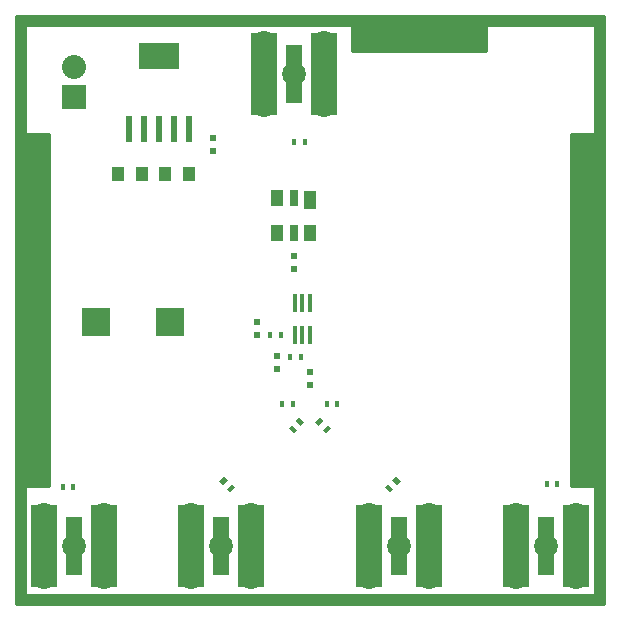
<source format=gts>
G04 #@! TF.FileFunction,Soldermask,Top*
%FSLAX46Y46*%
G04 Gerber Fmt 4.6, Leading zero omitted, Abs format (unit mm)*
G04 Created by KiCad (PCBNEW 4.0.2-stable) date Fri 15 Jul 2016 21:48:07 BST*
%MOMM*%
G01*
G04 APERTURE LIST*
%ADD10C,0.100000*%
%ADD11R,1.450000X5.000000*%
%ADD12R,2.250000X7.000000*%
%ADD13C,2.000000*%
%ADD14C,2.200000*%
%ADD15R,0.500000X0.600000*%
%ADD16R,1.000000X1.250000*%
%ADD17R,2.370000X2.430000*%
%ADD18R,0.400000X0.600000*%
%ADD19R,0.398780X1.501140*%
%ADD20R,0.600000X2.200000*%
%ADD21R,3.500000X2.200000*%
%ADD22R,1.000000X1.600000*%
%ADD23R,0.800000X1.400000*%
%ADD24R,1.000000X1.400000*%
%ADD25R,2.032000X2.032000*%
%ADD26O,2.032000X2.032000*%
%ADD27C,0.254000*%
G04 APERTURE END LIST*
D10*
D11*
X92500000Y-105000000D03*
D12*
X95040000Y-105000000D03*
X89960000Y-105000000D03*
D13*
X92500000Y-105000000D03*
D14*
X89960000Y-102460000D03*
X89960000Y-107540000D03*
X95040000Y-102460000D03*
X95040000Y-107540000D03*
D15*
X83600000Y-81500000D03*
X83600000Y-80400000D03*
D16*
X68750000Y-73500000D03*
X70750000Y-73500000D03*
D15*
X76750000Y-70450000D03*
X76750000Y-71550000D03*
X82200000Y-88900000D03*
X82200000Y-90000000D03*
D16*
X74750000Y-73500000D03*
X72750000Y-73500000D03*
D15*
X80550000Y-87150000D03*
X80550000Y-86050000D03*
X85000000Y-91350000D03*
X85000000Y-90250000D03*
D17*
X66880000Y-86000000D03*
X73120000Y-86000000D03*
D18*
X83650000Y-70750000D03*
X84550000Y-70750000D03*
X84200000Y-88950000D03*
X83300000Y-88950000D03*
X83550000Y-93000000D03*
X82650000Y-93000000D03*
D10*
G36*
X85428249Y-94502513D02*
X85852513Y-94078249D01*
X86135355Y-94361091D01*
X85711091Y-94785355D01*
X85428249Y-94502513D01*
X85428249Y-94502513D01*
G37*
G36*
X86064645Y-95138909D02*
X86488909Y-94714645D01*
X86771751Y-94997487D01*
X86347487Y-95421751D01*
X86064645Y-95138909D01*
X86064645Y-95138909D01*
G37*
D18*
X86400000Y-93000000D03*
X87300000Y-93000000D03*
D10*
G36*
X84097487Y-94078249D02*
X84521751Y-94502513D01*
X84238909Y-94785355D01*
X83814645Y-94361091D01*
X84097487Y-94078249D01*
X84097487Y-94078249D01*
G37*
G36*
X83461091Y-94714645D02*
X83885355Y-95138909D01*
X83602513Y-95421751D01*
X83178249Y-94997487D01*
X83461091Y-94714645D01*
X83461091Y-94714645D01*
G37*
D11*
X83600000Y-65000000D03*
D12*
X86140000Y-65000000D03*
X81060000Y-65000000D03*
D13*
X83600000Y-65000000D03*
D14*
X81060000Y-62460000D03*
X81060000Y-67540000D03*
X86140000Y-62460000D03*
X86140000Y-67540000D03*
D11*
X65000000Y-105000000D03*
D12*
X67540000Y-105000000D03*
X62460000Y-105000000D03*
D13*
X65000000Y-105000000D03*
D14*
X62460000Y-102460000D03*
X62460000Y-107540000D03*
X67540000Y-102460000D03*
X67540000Y-107540000D03*
D11*
X105000000Y-105000000D03*
D12*
X107540000Y-105000000D03*
X102460000Y-105000000D03*
D13*
X105000000Y-105000000D03*
D14*
X102460000Y-102460000D03*
X102460000Y-107540000D03*
X107540000Y-102460000D03*
X107540000Y-107540000D03*
D11*
X77500000Y-105000000D03*
D12*
X80040000Y-105000000D03*
X74960000Y-105000000D03*
D13*
X77500000Y-105000000D03*
D14*
X74960000Y-102460000D03*
X74960000Y-107540000D03*
X80040000Y-102460000D03*
X80040000Y-107540000D03*
D18*
X81650000Y-87100000D03*
X82550000Y-87100000D03*
X64050000Y-100000000D03*
X64950000Y-100000000D03*
D10*
G36*
X92247487Y-99078249D02*
X92671751Y-99502513D01*
X92388909Y-99785355D01*
X91964645Y-99361091D01*
X92247487Y-99078249D01*
X92247487Y-99078249D01*
G37*
G36*
X91611091Y-99714645D02*
X92035355Y-100138909D01*
X91752513Y-100421751D01*
X91328249Y-99997487D01*
X91611091Y-99714645D01*
X91611091Y-99714645D01*
G37*
D18*
X105950000Y-99750000D03*
X105050000Y-99750000D03*
D10*
G36*
X77328249Y-99502513D02*
X77752513Y-99078249D01*
X78035355Y-99361091D01*
X77611091Y-99785355D01*
X77328249Y-99502513D01*
X77328249Y-99502513D01*
G37*
G36*
X77964645Y-100138909D02*
X78388909Y-99714645D01*
X78671751Y-99997487D01*
X78247487Y-100421751D01*
X77964645Y-100138909D01*
X77964645Y-100138909D01*
G37*
D19*
X85000240Y-84419040D03*
X84350000Y-84419040D03*
X83699760Y-84419040D03*
X83699760Y-87080960D03*
X84350000Y-87080960D03*
X85000240Y-87080960D03*
D20*
X69660000Y-69700000D03*
X70930000Y-69700000D03*
X72200000Y-69700000D03*
X73470000Y-69700000D03*
X74740000Y-69700000D03*
D21*
X72200000Y-63500000D03*
D22*
X85000000Y-75650000D03*
D23*
X83600000Y-75550000D03*
D24*
X82200000Y-75550000D03*
X82200000Y-78450000D03*
D23*
X83600000Y-78450000D03*
D24*
X85000000Y-78450000D03*
D25*
X65000000Y-67000000D03*
D26*
X65000000Y-64460000D03*
D27*
G36*
X109873000Y-109873000D02*
X60127000Y-109873000D01*
X60127000Y-61000000D01*
X60873000Y-61000000D01*
X60873000Y-70000000D01*
X60883006Y-70049410D01*
X60911447Y-70091035D01*
X60953841Y-70118315D01*
X61000000Y-70127000D01*
X62873000Y-70127000D01*
X62873000Y-99873000D01*
X61000000Y-99873000D01*
X60950590Y-99883006D01*
X60908965Y-99911447D01*
X60881685Y-99953841D01*
X60873000Y-100000000D01*
X60873000Y-109000000D01*
X60883006Y-109049410D01*
X60911447Y-109091035D01*
X60953841Y-109118315D01*
X61000000Y-109127000D01*
X109000000Y-109127000D01*
X109049410Y-109116994D01*
X109091035Y-109088553D01*
X109118315Y-109046159D01*
X109127000Y-109000000D01*
X109127000Y-100000000D01*
X109116994Y-99950590D01*
X109088553Y-99908965D01*
X109046159Y-99881685D01*
X109000000Y-99873000D01*
X107127000Y-99873000D01*
X107127000Y-70127000D01*
X109000000Y-70127000D01*
X109049410Y-70116994D01*
X109091035Y-70088553D01*
X109118315Y-70046159D01*
X109127000Y-70000000D01*
X109127000Y-61000000D01*
X109116994Y-60950590D01*
X109088553Y-60908965D01*
X109046159Y-60881685D01*
X109000000Y-60873000D01*
X100000000Y-60873000D01*
X99950590Y-60883006D01*
X99908965Y-60911447D01*
X99881685Y-60953841D01*
X99873000Y-61000000D01*
X99873000Y-63073000D01*
X88527000Y-63073000D01*
X88527000Y-61000000D01*
X88516994Y-60950590D01*
X88488553Y-60908965D01*
X88446159Y-60881685D01*
X88400000Y-60873000D01*
X61000000Y-60873000D01*
X60950590Y-60883006D01*
X60908965Y-60911447D01*
X60881685Y-60953841D01*
X60873000Y-61000000D01*
X60127000Y-61000000D01*
X60127000Y-60127000D01*
X109873000Y-60127000D01*
X109873000Y-109873000D01*
X109873000Y-109873000D01*
G37*
X109873000Y-109873000D02*
X60127000Y-109873000D01*
X60127000Y-61000000D01*
X60873000Y-61000000D01*
X60873000Y-70000000D01*
X60883006Y-70049410D01*
X60911447Y-70091035D01*
X60953841Y-70118315D01*
X61000000Y-70127000D01*
X62873000Y-70127000D01*
X62873000Y-99873000D01*
X61000000Y-99873000D01*
X60950590Y-99883006D01*
X60908965Y-99911447D01*
X60881685Y-99953841D01*
X60873000Y-100000000D01*
X60873000Y-109000000D01*
X60883006Y-109049410D01*
X60911447Y-109091035D01*
X60953841Y-109118315D01*
X61000000Y-109127000D01*
X109000000Y-109127000D01*
X109049410Y-109116994D01*
X109091035Y-109088553D01*
X109118315Y-109046159D01*
X109127000Y-109000000D01*
X109127000Y-100000000D01*
X109116994Y-99950590D01*
X109088553Y-99908965D01*
X109046159Y-99881685D01*
X109000000Y-99873000D01*
X107127000Y-99873000D01*
X107127000Y-70127000D01*
X109000000Y-70127000D01*
X109049410Y-70116994D01*
X109091035Y-70088553D01*
X109118315Y-70046159D01*
X109127000Y-70000000D01*
X109127000Y-61000000D01*
X109116994Y-60950590D01*
X109088553Y-60908965D01*
X109046159Y-60881685D01*
X109000000Y-60873000D01*
X100000000Y-60873000D01*
X99950590Y-60883006D01*
X99908965Y-60911447D01*
X99881685Y-60953841D01*
X99873000Y-61000000D01*
X99873000Y-63073000D01*
X88527000Y-63073000D01*
X88527000Y-61000000D01*
X88516994Y-60950590D01*
X88488553Y-60908965D01*
X88446159Y-60881685D01*
X88400000Y-60873000D01*
X61000000Y-60873000D01*
X60950590Y-60883006D01*
X60908965Y-60911447D01*
X60881685Y-60953841D01*
X60873000Y-61000000D01*
X60127000Y-61000000D01*
X60127000Y-60127000D01*
X109873000Y-60127000D01*
X109873000Y-109873000D01*
M02*

</source>
